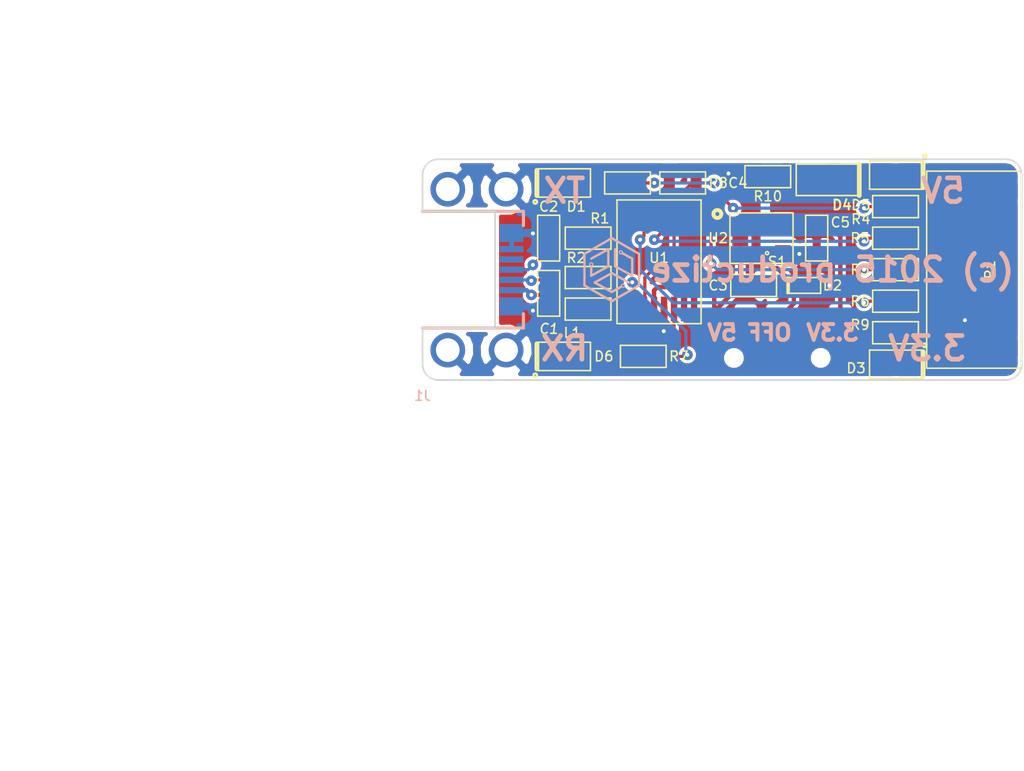
<source format=kicad_pcb>
(kicad_pcb (version 20240108) (generator "pcbnew") (generator_version "8.0")
  (layers (0 "F.Cu" signal) (31 "B.Cu" signal) (34 "B.Paste" user) (35 "F.Paste" user) (36 "B.SilkS" user "B.Silkscreen") (37 "F.SilkS" user "F.Silkscreen") (38 "B.Mask" user) (39 "F.Mask" user) (44 "Edge.Cuts" user))
  (net 0 "")
  (net 1 "GND")
  (net 2 "+5V")
  (net 3 "+3V3")
  (net 4 "VCC")
  (net 5 "+3.3VP")
  (net 6 "/D-")
  (net 7 "/D+")
  (net 8 "/~{RXLED2}")
  (net 9 "/~{RXLED}")
  (net 10 "/~{TXLED2}")
  (net 11 "/~{TXLED}")
  (net 12 "/VBUS")
  (net 13 "/~{CTS2}")
  (net 14 "/TXD2")
  (net 15 "/RXD2")
  (net 16 "/~{RTS2}")
  (net 17 "/USB+")
  (net 18 "/USB-")
  (net 19 "/TXD")
  (net 20 "/~{RTS}")
  (net 21 "/RXD")
  (net 22 "/~{CTS}")
  (net 23 "Net-(D3-Pad1)")
  (net 24 "Net-(D4-Pad1)")
  (net 25 "Net-(D4-Pad2)")
  (net 26 "Net-(J1-Pad4)")
  (net 27 "Net-(S1-Pad2)")
  (net 28 "Net-(U1-Pad15)")
  (net 29 "Net-(U1-Pad16)")
  (footprint "passive:0603_C" (layer "F.Cu") (at 191 66.5 -90)
    (property "Reference" "C1" (at 2.25 0 0) (layer "F.SilkS") (effects (font (size 0.625 0.625) (thickness 0.1) (italic yes))))
    (property "Value" "47pF" (hide yes))
    (fp_line (start -1.45 0.7) (end 1.45 0.7) (stroke (width 0.1)) (layer "F.SilkS"))
    (fp_line (start 1.45 0.7) (end 1.45 -0.7) (stroke (width 0.1)) (layer "F.SilkS"))
    (fp_line (start -1.45 -0.7) (end -1.45 0.7) (stroke (width 0.1)) (layer "F.SilkS"))
    (fp_line (start 1.45 -0.7) (end -1.45 -0.7) (stroke (width 0.1)) (layer "F.SilkS"))
    (pad "1" smd rect (at -0.85 0 270) (size 0.7 1) (layers "F.Cu" "F.Paste" "F.Mask") (net 6 "/D-"))
    (pad "2" smd rect (at 0.85 0 270) (size 0.7 1) (layers "F.Cu" "F.Paste" "F.Mask") (net 1 "GND"))
  )
  (footprint "passive:0603_C" (layer "F.Cu") (at 191 63 90)
    (property "Reference" "C2" (at 2 0 180) (layer "F.SilkS") (effects (font (size 0.625 0.625) (thickness 0.1))))
    (property "Value" "47pF" (hide yes))
    (fp_line (start 1.45 -0.7) (end -1.45 -0.7) (stroke (width 0.1)) (layer "F.SilkS"))
    (fp_line (start -1.45 -0.7) (end -1.45 0.7) (stroke (width 0.1)) (layer "F.SilkS"))
    (fp_line (start 1.45 0.7) (end 1.45 -0.7) (stroke (width 0.1)) (layer "F.SilkS"))
    (fp_line (start -1.45 0.7) (end 1.45 0.7) (stroke (width 0.1)) (layer "F.SilkS"))
    (pad "1" smd rect (at -0.85 0 90) (size 0.7 1) (layers "F.Cu" "F.Paste" "F.Mask") (net 7 "/D+"))
    (pad "2" smd rect (at 0.85 0 90) (size 0.7 1) (layers "F.Cu" "F.Paste" "F.Mask") (net 1 "GND"))
  )
  (footprint "passive:0603_C" (layer "F.Cu") (at 204 66)
    (property "Reference" "C3" (at -2.25 0 0) (layer "F.SilkS") (effects (font (size 0.625 0.625) (thickness 0.1))))
    (property "Value" "4.7uF" (hide yes))
    (fp_line (start -1.45 -0.7) (end -1.45 0.7) (stroke (width 0.1)) (layer "F.SilkS"))
    (fp_line (start -1.45 0.7) (end 1.45 0.7) (stroke (width 0.1)) (layer "F.SilkS"))
    (fp_line (start 1.45 -0.7) (end -1.45 -0.7) (stroke (width 0.1)) (layer "F.SilkS"))
    (fp_line (start 1.45 0.7) (end 1.45 -0.7) (stroke (width 0.1)) (layer "F.SilkS"))
    (pad "1" smd rect (at -0.85 0) (size 0.7 1) (layers "F.Cu" "F.Paste" "F.Mask") (net 2 "+5V"))
    (pad "2" smd rect (at 0.85 0) (size 0.7 1) (layers "F.Cu" "F.Paste" "F.Mask") (net 1 "GND"))
  )
  (footprint "passive:0603_C" (layer "F.Cu") (at 208 63 -90)
    (property "Reference" "C5" (at -1 -1.5 0) (layer "F.SilkS") (effects (font (size 0.625 0.625) (thickness 0.1))))
    (property "Value" "4.7uF" (hide yes))
    (fp_line (start -1.45 0.7) (end 1.45 0.7) (stroke (width 0.1)) (layer "F.SilkS"))
    (fp_line (start 1.45 0.7) (end 1.45 -0.7) (stroke (width 0.1)) (layer "F.SilkS"))
    (fp_line (start -1.45 -0.7) (end -1.45 0.7) (stroke (width 0.1)) (layer "F.SilkS"))
    (fp_line (start 1.45 -0.7) (end -1.45 -0.7) (stroke (width 0.1)) (layer "F.SilkS"))
    (pad "1" smd rect (at -0.85 0 270) (size 0.7 1) (layers "F.Cu" "F.Paste" "F.Mask") (net 3 "+3V3"))
    (pad "2" smd rect (at 0.85 0 270) (size 0.7 1) (layers "F.Cu" "F.Paste" "F.Mask") (net 1 "GND"))
  )
  (footprint "led:0805_LED" (layer "F.Cu") (at 192 70.5 180)
    (property "Reference" "D6" (at -2.5 0 180) (layer "F.SilkS") (effects (font (size 0.625 0.625) (thickness 0.1))))
    (property "Value" "LED" (hide yes))
    (fp_line (start 1.75 0.8) (end 1.75 -0.8) (stroke (width 0.3)) (layer "F.SilkS"))
    (fp_line (start 1.65 0.9) (end 1.65 -0.9) (stroke (width 0.1)) (layer "F.SilkS"))
    (fp_line (start 1.65 -0.9) (end -1.65 -0.9) (stroke (width 0.1)) (layer "F.SilkS"))
    (fp_line (start -1.65 0.9) (end 1.65 0.9) (stroke (width 0.1)) (layer "F.SilkS"))
    (fp_line (start -1.65 -0.9) (end -1.65 0.9) (stroke (width 0.1)) (layer "F.SilkS"))
    (fp_circle (center 1.85 -1.2) (end 1.9 -1.1) (stroke (width 0.15)) (fill none) (layer "F.SilkS"))
    (pad "1" smd rect (at -0.85 0 180) (size 1.3 1.5) (layers "F.Cu" "F.Paste" "F.Mask") (net 8 "/~{RXLED2}"))
    (pad "2" smd rect (at 0.85 0 180) (size 1.3 1.5) (layers "F.Cu" "F.Paste" "F.Mask") (net 9 "/~{RXLED}"))
  )
  (footprint "led:0805_LED" (layer "F.Cu") (at 192 59.5 180)
    (property "Reference" "D1" (at -0.75 -1.5 180) (layer "F.SilkS") (effects (font (size 0.625 0.625) (thickness 0.1))))
    (property "Value" "LED" (hide yes))
    (fp_line (start 1.75 0.8) (end 1.75 -0.8) (stroke (width 0.3)) (layer "F.SilkS"))
    (fp_line (start 1.65 0.9) (end 1.65 -0.9) (stroke (width 0.1)) (layer "F.SilkS"))
    (fp_line (start 1.65 -0.9) (end -1.65 -0.9) (stroke (width 0.1)) (layer "F.SilkS"))
    (fp_line (start -1.65 0.9) (end 1.65 0.9) (stroke (width 0.1)) (layer "F.SilkS"))
    (fp_line (start -1.65 -0.9) (end -1.65 0.9) (stroke (width 0.1)) (layer "F.SilkS"))
    (fp_circle (center 1.85 -1.2) (end 1.9 -1.1) (stroke (width 0.15)) (fill none) (layer "F.SilkS"))
    (pad "1" smd rect (at -0.85 0 180) (size 1.3 1.5) (layers "F.Cu" "F.Paste" "F.Mask") (net 10 "/~{TXLED2}"))
    (pad "2" smd rect (at 0.85 0 180) (size 1.3 1.5) (layers "F.Cu" "F.Paste" "F.Mask") (net 11 "/~{TXLED}"))
  )
  (footprint "discrete:NXP-PESD-SOD523-SC-79" (layer "F.Cu") (at 207.25 66 180)
    (property "Reference" "D2" (at -1.75 0 180) (layer "F.SilkS") (effects (font (size 0.625 0.625) (thickness 0.1))))
    (property "Value" "TVS" (hide yes))
    (fp_line (start 1.1 0.5) (end 1.1 -0.5) (stroke (width 0.15)) (layer "F.SilkS"))
    (fp_line (start 1 0.5) (end 1 -0.5) (stroke (width 0.1)) (layer "F.SilkS"))
    (fp_line (start 1 -0.5) (end -1 -0.5) (stroke (width 0.1)) (layer "F.SilkS"))
    (fp_line (start -1 0.5) (end 1 0.5) (stroke (width 0.1)) (layer "F.SilkS"))
    (fp_line (start -1 -0.5) (end -1 0.5) (stroke (width 0.1)) (layer "F.SilkS"))
    (pad "1" smd rect (at -0.7 0 180) (size 0.5 0.6) (layers "F.Cu" "F.Paste" "F.Mask") (net 1 "GND"))
    (pad "2" smd rect (at 0.7 0 180) (size 0.5 0.6) (layers "F.Cu" "F.Paste" "F.Mask") (net 4 "VCC"))
  )
  (footprint "led:0805_LED" (layer "F.Cu") (at 213 71)
    (property "Reference" "D3" (at -2.5 0.25 0) (layer "F.SilkS") (effects (font (size 0.625 0.625) (thickness 0.1))))
    (property "Value" "LED" (hide yes))
    (fp_line (start -1.65 -0.9) (end -1.65 0.9) (stroke (width 0.1)) (layer "F.SilkS"))
    (fp_line (start -1.65 0.9) (end 1.65 0.9) (stroke (width 0.1)) (layer "F.SilkS"))
    (fp_line (start 1.65 -0.9) (end -1.65 -0.9) (stroke (width 0.1)) (layer "F.SilkS"))
    (fp_line (start 1.65 0.9) (end 1.65 -0.9) (stroke (width 0.1)) (layer "F.SilkS"))
    (fp_line (start 1.75 0.8) (end 1.75 -0.8) (stroke (width 0.3)) (layer "F.SilkS"))
    (fp_circle (center 1.85 -1.2) (end 1.9 -1.1) (stroke (width 0.15)) (fill none) (layer "F.SilkS"))
    (pad "1" smd rect (at -0.85 0) (size 1.3 1.5) (layers "F.Cu" "F.Paste" "F.Mask") (net 23 "Net-(D3-Pad1)"))
    (pad "2" smd rect (at 0.85 0) (size 1.3 1.5) (layers "F.Cu" "F.Paste" "F.Mask") (net 1 "GND"))
  )
  (footprint "led:0805_LED" (layer "F.Cu") (at 213 59)
    (property "Reference" "D5" (at -2.2 1.9 180) (layer "F.SilkS") (effects (font (size 0.625 0.625) (thickness 0.1))))
    (property "Value" "LED" (hide yes))
    (fp_line (start -1.65 -0.9) (end -1.65 0.9) (stroke (width 0.1)) (layer "F.SilkS"))
    (fp_line (start -1.65 0.9) (end 1.65 0.9) (stroke (width 0.1)) (layer "F.SilkS"))
    (fp_line (start 1.65 -0.9) (end -1.65 -0.9) (stroke (width 0.1)) (layer "F.SilkS"))
    (fp_line (start 1.65 0.9) (end 1.65 -0.9) (stroke (width 0.1)) (layer "F.SilkS"))
    (fp_line (start 1.75 0.8) (end 1.75 -0.8) (stroke (width 0.3)) (layer "F.SilkS"))
    (fp_circle (center 1.85 -1.2) (end 1.9 -1.1) (stroke (width 0.15)) (fill none) (layer "F.SilkS"))
    (pad "1" smd rect (at -0.85 0) (size 1.3 1.5) (layers "F.Cu" "F.Paste" "F.Mask") (net 25 "Net-(D4-Pad2)"))
    (pad "2" smd rect (at 0.85 0) (size 1.3 1.5) (layers "F.Cu" "F.Paste" "F.Mask") (net 1 "GND"))
  )
  (footprint "passive:0603_L" (layer "F.Cu") (at 193.5 67.5)
    (property "Reference" "L1" (at -1 1.5 0) (layer "F.SilkS") (effects (font (size 0.625 0.625) (thickness 0.1))))
    (property "Value" "FB" (hide yes))
    (fp_line (start -1.45 -0.7) (end -1.45 0.7) (stroke (width 0.1)) (layer "F.SilkS"))
    (fp_line (start -1.45 0.7) (end 1.45 0.7) (stroke (width 0.1)) (layer "F.SilkS"))
    (fp_line (start 1.45 -0.7) (end -1.45 -0.7) (stroke (width 0.1)) (layer "F.SilkS"))
    (fp_line (start 1.45 0.7) (end 1.45 -0.7) (stroke (width 0.1)) (layer "F.SilkS"))
    (pad "1" smd rect (at -0.85 0) (size 0.7 1) (layers "F.Cu" "F.Paste" "F.Mask") (net 12 "/VBUS"))
    (pad "2" smd rect (at 0.85 0) (size 0.7 1) (layers "F.Cu" "F.Paste" "F.Mask") (net 2 "+5V"))
  )
  (footprint "conn:JST-eGH-1.25mm-SMD-top-6" (layer "F.Cu") (at 216 65 90)
    (property "Reference" "P1" (at 0 3 90) (layer "F.SilkS") (effects (font (size 0.625 0.625) (thickness 0.1))))
    (property "Value" "CONN_01X06" (hide yes))
    (fp_line (start 6.25 -1.025) (end -6.25 -1.025) (stroke (width 0.1)) (layer "F.SilkS"))
    (fp_line (start -6.25 -1.025) (end -6.25 4.975) (stroke (width 0.1)) (layer "F.SilkS"))
    (fp_line (start 6.25 4.975) (end 6.25 -1.025) (stroke (width 0.1)) (layer "F.SilkS"))
    (fp_line (start -6.25 4.975) (end 6.25 4.975) (stroke (width 0.1)) (layer "F.SilkS"))
    (pad "1" smd rect (at -3.125 0 90) (size 0.6 1.7) (layers "F.Cu" "F.Paste" "F.Mask") (net 1 "GND"))
    (pad "2" smd rect (at -1.875 0 90) (size 0.6 1.7) (layers "F.Cu" "F.Paste" "F.Mask") (net 13 "/~{CTS2}"))
    (pad "3" smd rect (at -0.625 0 90) (size 0.6 1.7) (layers "F.Cu" "F.Paste" "F.Mask") (net 4 "VCC"))
    (pad "4" smd rect (at 0.625 0 90) (size 0.6 1.7) (layers "F.Cu" "F.Paste" "F.Mask") (net 14 "/TXD2"))
    (pad "5" smd rect (at 1.875 0 90) (size 0.6 1.7) (layers "F.Cu" "F.Paste" "F.Mask") (net 15 "/RXD2"))
    (pad "6" smd rect (at 3.125 0 90) (size 0.6 1.7) (layers "F.Cu" "F.Paste" "F.Mask") (net 16 "/~{RTS2}"))
    (pad "7" smd rect (at -4.975 3.35 90) (size 1 2.8) (layers "F.Cu" "F.Paste" "F.Mask"))
    (pad "8" smd rect (at 4.975 3.35 90) (size 1 2.8) (layers "F.Cu" "F.Paste" "F.Mask"))
  )
  (footprint "passive:0603_R" (layer "F.Cu") (at 193.5 63)
    (property "Reference" "R1" (at 0.75 -1.25 0) (layer "F.SilkS") (effects (font (size 0.625 0.625) (thickness 0.1))))
    (property "Value" "27" (hide yes))
    (fp_line (start -1.45 -0.7) (end -1.45 0.7) (stroke (width 0.1)) (layer "F.SilkS"))
    (fp_line (start -1.45 0.7) (end 1.45 0.7) (stroke (width 0.1)) (layer "F.SilkS"))
    (fp_line (start 1.45 -0.7) (end -1.45 -0.7) (stroke (width 0.1)) (layer "F.SilkS"))
    (fp_line (start 1.45 0.7) (end 1.45 -0.7) (stroke (width 0.1)) (layer "F.SilkS"))
    (pad "1" smd rect (at -0.85 0) (size 0.7 1) (layers "F.Cu" "F.Paste" "F.Mask") (net 7 "/D+"))
    (pad "2" smd rect (at 0.85 0) (size 0.7 1) (layers "F.Cu" "F.Paste" "F.Mask") (net 17 "/USB+"))
  )
  (footprint "passive:0603_R" (layer "F.Cu") (at 193.5 65.5)
    (property "Reference" "R2" (at -0.75 -1.25 0) (layer "F.SilkS") (effects (font (size 0.625 0.625) (thickness 0.1))))
    (property "Value" "27" (hide yes))
    (fp_line (start -1.45 -0.7) (end -1.45 0.7) (stroke (width 0.1)) (layer "F.SilkS"))
    (fp_line (start -1.45 0.7) (end 1.45 0.7) (stroke (width 0.1)) (layer "F.SilkS"))
    (fp_line (start 1.45 -0.7) (end -1.45 -0.7) (stroke (width 0.1)) (layer "F.SilkS"))
    (fp_line (start 1.45 0.7) (end 1.45 -0.7) (stroke (width 0.1)) (layer "F.SilkS"))
    (pad "1" smd rect (at -0.85 0) (size 0.7 1) (layers "F.Cu" "F.Paste" "F.Mask") (net 6 "/D-"))
    (pad "2" smd rect (at 0.85 0) (size 0.7 1) (layers "F.Cu" "F.Paste" "F.Mask") (net 18 "/USB-"))
  )
  (footprint "passive:0603_R" (layer "F.Cu") (at 213 65)
    (property "Reference" "R3" (at -2.25 0 180) (layer "F.SilkS") (effects (font (size 0.625 0.625) (thickness 0.1))))
    (property "Value" "27" (hide yes))
    (fp_line (start -1.45 -0.7) (end -1.45 0.7) (stroke (width 0.1)) (layer "F.SilkS"))
    (fp_line (start -1.45 0.7) (end 1.45 0.7) (stroke (width 0.1)) (layer "F.SilkS"))
    (fp_line (start 1.45 -0.7) (end -1.45 -0.7) (stroke (width 0.1)) (layer "F.SilkS"))
    (fp_line (start 1.45 0.7) (end 1.45 -0.7) (stroke (width 0.1)) (layer "F.SilkS"))
    (pad "1" smd rect (at -0.85 0) (size 0.7 1) (layers "F.Cu" "F.Paste" "F.Mask") (net 19 "/TXD"))
    (pad "2" smd rect (at 0.85 0) (size 0.7 1) (layers "F.Cu" "F.Paste" "F.Mask") (net 14 "/TXD2"))
  )
  (footprint "passive:0603_R" (layer "F.Cu") (at 213 61)
    (property "Reference" "R4" (at -2.2 0.8 180) (layer "F.SilkS") (effects (font (size 0.625 0.625) (thickness 0.1))))
    (property "Value" "27" (hide yes))
    (fp_line (start -1.45 -0.7) (end -1.45 0.7) (stroke (width 0.1)) (layer "F.SilkS"))
    (fp_line (start -1.45 0.7) (end 1.45 0.7) (stroke (width 0.1)) (layer "F.SilkS"))
    (fp_line (start 1.45 -0.7) (end -1.45 -0.7) (stroke (width 0.1)) (layer "F.SilkS"))
    (fp_line (start 1.45 0.7) (end 1.45 -0.7) (stroke (width 0.1)) (layer "F.SilkS"))
    (pad "1" smd rect (at -0.85 0) (size 0.7 1) (layers "F.Cu" "F.Paste" "F.Mask") (net 20 "/~{RTS}"))
    (pad "2" smd rect (at 0.85 0) (size 0.7 1) (layers "F.Cu" "F.Paste" "F.Mask") (net 16 "/~{RTS2}"))
  )
  (footprint "passive:0603_R" (layer "F.Cu") (at 213 63)
    (property "Reference" "R5" (at -2.25 0 180) (layer "F.SilkS") (effects (font (size 0.625 0.625) (thickness 0.1))))
    (property "Value" "27" (hide yes))
    (fp_line (start -1.45 -0.7) (end -1.45 0.7) (stroke (width 0.1)) (layer "F.SilkS"))
    (fp_line (start -1.45 0.7) (end 1.45 0.7) (stroke (width 0.1)) (layer "F.SilkS"))
    (fp_line (start 1.45 -0.7) (end -1.45 -0.7) (stroke (width 0.1)) (layer "F.SilkS"))
    (fp_line (start 1.45 0.7) (end 1.45 -0.7) (stroke (width 0.1)) (layer "F.SilkS"))
    (pad "1" smd rect (at -0.85 0) (size 0.7 1) (layers "F.Cu" "F.Paste" "F.Mask") (net 21 "/RXD"))
    (pad "2" smd rect (at 0.85 0) (size 0.7 1) (layers "F.Cu" "F.Paste" "F.Mask") (net 15 "/RXD2"))
  )
  (footprint "passive:0603_R" (layer "F.Cu") (at 213 67)
    (property "Reference" "R6" (at -2.25 0 180) (layer "F.SilkS") (effects (font (size 0.625 0.625) (thickness 0.1))))
    (property "Value" "27" (hide yes))
    (fp_line (start -1.45 -0.7) (end -1.45 0.7) (stroke (width 0.1)) (layer "F.SilkS"))
    (fp_line (start -1.45 0.7) (end 1.45 0.7) (stroke (width 0.1)) (layer "F.SilkS"))
    (fp_line (start 1.45 -0.7) (end -1.45 -0.7) (stroke (width 0.1)) (layer "F.SilkS"))
    (fp_line (start 1.45 0.7) (end 1.45 -0.7) (stroke (width 0.1)) (layer "F.SilkS"))
    (pad "1" smd rect (at -0.85 0) (size 0.7 1) (layers "F.Cu" "F.Paste" "F.Mask") (net 22 "/~{CTS}"))
    (pad "2" smd rect (at 0.85 0) (size 0.7 1) (layers "F.Cu" "F.Paste" "F.Mask") (net 13 "/~{CTS2}"))
  )
  (footprint "passive:0603_R" (layer "F.Cu") (at 197 70.5)
    (property "Reference" "R7" (at 2.25 0 0) (layer "F.SilkS") (effects (font (size 0.625 0.625) (thickness 0.1))))
    (property "Value" "1k" (hide yes))
    (fp_line (start -1.45 -0.7) (end -1.45 0.7) (stroke (width 0.1)) (layer "F.SilkS"))
    (fp_line (start -1.45 0.7) (end 1.45 0.7) (stroke (width 0.1)) (layer "F.SilkS"))
    (fp_line (start 1.45 -0.7) (end -1.45 -0.7) (stroke (width 0.1)) (layer "F.SilkS"))
    (fp_line (start 1.45 0.7) (end 1.45 -0.7) (stroke (width 0.1)) (layer "F.SilkS"))
    (pad "1" smd rect (at -0.85 0) (size 0.7 1) (layers "F.Cu" "F.Paste" "F.Mask") (net 8 "/~{RXLED2}"))
    (pad "2" smd rect (at 0.85 0) (size 0.7 1) (layers "F.Cu" "F.Paste" "F.Mask") (net 5 "+3.3VP"))
  )
  (footprint "passive:0603_R" (layer "F.Cu") (at 196 59.5)
    (property "Reference" "R8" (at 5.75 0 0) (layer "F.SilkS") (effects (font (size 0.625 0.625) (thickness 0.1))))
    (property "Value" "1k" (hide yes))
    (fp_line (start -1.45 -0.7) (end -1.45 0.7) (stroke (width 0.1)) (layer "F.SilkS"))
    (fp_line (start -1.45 0.7) (end 1.45 0.7) (stroke (width 0.1)) (layer "F.SilkS"))
    (fp_line (start 1.45 -0.7) (end -1.45 -0.7) (stroke (width 0.1)) (layer "F.SilkS"))
    (fp_line (start 1.45 0.7) (end 1.45 -0.7) (stroke (width 0.1)) (layer "F.SilkS"))
    (pad "1" smd rect (at -0.85 0) (size 0.7 1) (layers "F.Cu" "F.Paste" "F.Mask") (net 10 "/~{TXLED2}"))
    (pad "2" smd rect (at 0.85 0) (size 0.7 1) (layers "F.Cu" "F.Paste" "F.Mask") (net 5 "+3.3VP"))
  )
  (footprint "passive:0603_R" (layer "F.Cu") (at 213 69)
    (property "Reference" "R9" (at -2.25 -0.5 0) (layer "F.SilkS") (effects (font (size 0.625 0.625) (thickness 0.1))))
    (property "Value" "1k" (hide yes))
    (fp_line (start -1.45 -0.7) (end -1.45 0.7) (stroke (width 0.1)) (layer "F.SilkS"))
    (fp_line (start -1.45 0.7) (end 1.45 0.7) (stroke (width 0.1)) (layer "F.SilkS"))
    (fp_line (start 1.45 -0.7) (end -1.45 -0.7) (stroke (width 0.1)) (layer "F.SilkS"))
    (fp_line (start 1.45 0.7) (end 1.45 -0.7) (stroke (width 0.1)) (layer "F.SilkS"))
    (pad "1" smd rect (at -0.85 0) (size 0.7 1) (layers "F.Cu" "F.Paste" "F.Mask") (net 4 "VCC"))
    (pad "2" smd rect (at 0.85 0) (size 0.7 1) (layers "F.Cu" "F.Paste" "F.Mask") (net 23 "Net-(D3-Pad1)"))
  )
  (footprint "passive:0603_R" (layer "F.Cu") (at 204.9 59.1)
    (property "Reference" "R10" (at 0 1.25 0) (layer "F.SilkS") (effects (font (size 0.625 0.625) (thickness 0.1))))
    (property "Value" "1k" (hide yes))
    (fp_line (start -1.45 -0.7) (end -1.45 0.7) (stroke (width 0.1)) (layer "F.SilkS"))
    (fp_line (start -1.45 0.7) (end 1.45 0.7) (stroke (width 0.1)) (layer "F.SilkS"))
    (fp_line (start 1.45 -0.7) (end -1.45 -0.7) (stroke (width 0.1)) (layer "F.SilkS"))
    (fp_line (start 1.45 0.7) (end 1.45 -0.7) (stroke (width 0.1)) (layer "F.SilkS"))
    (pad "1" smd rect (at -0.85 0) (size 0.7 1) (layers "F.Cu" "F.Paste" "F.Mask") (net 4 "VCC"))
    (pad "2" smd rect (at 0.85 0) (size 0.7 1) (layers "F.Cu" "F.Paste" "F.Mask") (net 24 "Net-(D4-Pad1)"))
  )
  (footprint "ic_generic:SOT-23A_larger_pads" (layer "F.Cu") (at 204.5 63 90)
    (property "Reference" "U2" (at 0 -2.75 180) (layer "F.SilkS") (effects (font (size 0.625 0.625) (thickness 0.1))))
    (property "Value" "MCP1703-alt" (hide yes))
    (fp_line (start 1.6 -2) (end -1.6 -2) (stroke (width 0.1)) (layer "F.SilkS"))
    (fp_line (start -1.6 -2) (end -1.6 2) (stroke (width 0.1)) (layer "F.SilkS"))
    (fp_line (start 1.6 2) (end 1.6 -2) (stroke (width 0.1)) (layer "F.SilkS"))
    (fp_line (start -1.6 2) (end 1.6 2) (stroke (width 0.1)) (layer "F.SilkS"))
    (fp_circle (center -0.95 0.35) (end -0.879289 0.420711) (stroke (width 0.1)) (fill none) (layer "F.SilkS"))
    (pad "1" smd rect (at -0.95 1.35 90) (size 1 1) (layers "F.Cu" "F.Paste" "F.Mask") (net 1 "GND"))
    (pad "2" smd rect (at 0.95 1.35 90) (size 1 1) (layers "F.Cu" "F.Paste" "F.Mask") (net 3 "+3V3"))
    (pad "3" smd rect (at 0 -1.35 90) (size 1 1) (layers "F.Cu" "F.Paste" "F.Mask") (net 2 "+5V") (thermal_gap 0.5))
  )
  (footprint "ic_other:FTDI-FT230X-SSOP16" (layer "F.Cu") (at 198 64.5 -90)
    (property "Reference" "U1" (at -0.25 0 0) (layer "F.SilkS") (effects (font (size 0.625 0.625) (thickness 0.1))))
    (property "Value" "FTDI-FT230X" (hide yes))
    (fp_line (start -3.9226 2.667) (end 3.9226 2.667) (stroke (width 0.1)) (layer "F.SilkS"))
    (fp_line (start 3.9226 2.667) (end 3.9226 -2.667) (stroke (width 0.1)) (layer "F.SilkS"))
    (fp_line (start -3.9226 -2.667) (end -3.9226 2.667) (stroke (width 0.1)) (layer "F.SilkS"))
    (fp_line (start 3.9226 -2.667) (end -3.9226 -2.667) (stroke (width 0.1)) (layer "F.SilkS"))
    (fp_circle (center -3.031325 -3.7) (end -2.854548 -3.523223) (stroke (width 0.25)) (fill none) (layer "F.SilkS"))
    (pad "1" smd rect (at -2.996325 -2.2225 90) (size 1.5621 0.4048) (layers "F.Cu" "F.Paste" "F.Mask") (net 19 "/TXD"))
    (pad "2" smd rect (at -2.996325 -1.5875 90) (size 1.5621 0.4048) (layers "F.Cu" "F.Paste" "F.Mask") (net 20 "/~{RTS}"))
    (pad "3" smd rect (at -2.996325 -0.9525 90) (size 1.5621 0.4048) (layers "F.Cu" "F.Paste" "F.Mask") (net 5 "+3.3VP"))
    (pad "4" smd rect (at -2.996325 -0.3175 90) (size 1.5621 0.4048) (layers "F.Cu" "F.Paste" "F.Mask") (net 21 "/RXD"))
    (pad "5" smd rect (at -2.996325 0.3175 90) (size 1.5621 0.4048) (layers "F.Cu" "F.Paste" "F.Mask") (net 1 "GND"))
    (pad "6" smd rect (at -2.996325 0.9525 90) (size 1.5621 0.4048) (layers "F.Cu" "F.Paste" "F.Mask") (net 22 "/~{CTS}"))
    (pad "7" smd rect (at -2.996325 1.5875 90) (size 1.5621 0.4048) (layers "F.Cu" "F.Paste" "F.Mask") (net 11 "/~{TXLED}"))
    (pad "8" smd rect (at -2.996325 2.2225 90) (size 1.5621 0.4048) (layers "F.Cu" "F.Paste" "F.Mask") (net 17 "/USB+"))
    (pad "9" smd rect (at 2.996325 2.2225 270) (size 1.5621 0.4048) (layers "F.Cu" "F.Paste" "F.Mask") (net 18 "/USB-"))
    (pad "10" smd rect (at 2.996325 1.5875 270) (size 1.5621 0.4048) (layers "F.Cu" "F.Paste" "F.Mask") (net 5 "+3.3VP"))
    (pad "11" smd rect (at 2.996325 0.9525 270) (size 1.5621 0.4048) (layers "F.Cu" "F.Paste" "F.Mask") (net 5 "+3.3VP"))
    (pad "12" smd rect (at 2.996325 0.3175 270) (size 1.5621 0.4048) (layers "F.Cu" "F.Paste" "F.Mask") (net 2 "+5V"))
    (pad "13" smd rect (at 2.996325 -0.3175 270) (size 1.5621 0.4048) (layers "F.Cu" "F.Paste" "F.Mask") (net 1 "GND"))
    (pad "14" smd rect (at 2.996325 -0.9525 270) (size 1.5621 0.4048) (layers "F.Cu" "F.Paste" "F.Mask") (net 9 "/~{RXLED}"))
    (pad "15" smd rect (at 2.996325 -1.5875 270) (size 1.5621 0.4048) (layers "F.Cu" "F.Paste" "F.Mask") (net 28 "Net-(U1-Pad15)"))
    (pad "16" smd rect (at 2.996325 -2.2225 270) (size 1.5621 0.4048) (layers "F.Cu" "F.Paste" "F.Mask") (net 29 "Net-(U1-Pad16)"))
  )
  (footprint "passive:0603_C" (layer "F.Cu") (at 199.5 59.5 180)
    (property "Reference" "C4" (at -3.5 0 180) (layer "F.SilkS") (effects (font (size 0.625 0.625) (thickness 0.1))))
    (property "Value" "100nF" (hide yes))
    (fp_line (start 1.45 0.7) (end 1.45 -0.7) (stroke (width 0.1)) (layer "F.SilkS"))
    (fp_line (start 1.45 -0.7) (end -1.45 -0.7) (stroke (width 0.1)) (layer "F.SilkS"))
    (fp_line (start -1.45 0.7) (end 1.45 0.7) (stroke (width 0.1)) (layer "F.SilkS"))
    (fp_line (start -1.45 -0.7) (end -1.45 0.7) (stroke (width 0.1)) (layer "F.SilkS"))
    (pad "1" smd rect (at -0.85 0 180) (size 0.7 1) (layers "F.Cu" "F.Paste" "F.Mask") (net 5 "+3.3VP"))
    (pad "2" smd rect (at 0.85 0 180) (size 0.7 1) (layers "F.Cu" "F.Paste" "F.Mask") (net 1 "GND"))
  )
  (footprint "button:C_K_AYZ0103AGRLC-ST3P-Switch" (layer "F.Cu") (at 205.5 68)
    (property "Reference" "S1" (at 0 -3.5 0) (layer "F.SilkS") (effects (font (size 0.625 0.625) (thickness 0.1))))
    (property "Value" "C_K_AYZ0103AGRLC_SP3T_Switch" (hide yes))
    (pad "" np_thru_hole circle (at -2.75 2.6) (size 0.85 0.85) (drill 0.85) (layers "*.Cu" "*.Mask" "F.SilkS"))
    (pad "" np_thru_hole circle (at 2.75 2.6) (size 0.85 0.85) (drill 0.85) (layers "*.Cu" "*.Mask" "F.SilkS"))
    (pad "1" smd rect (at -4 0) (size 1 1.2) (layers "F.Cu" "F.Paste" "F.Mask") (net 2 "+5V"))
    (pad "2" smd rect (at -2 0) (size 1 1.2) (layers "F.Cu" "F.Paste" "F.Mask") (net 27 "Net-(S1-Pad2)"))
    (pad "3" smd rect (at 0 0) (size 1 1.2) (layers "F.Cu" "F.Paste" "F.Mask") (net 4 "VCC"))
    (pad "4" smd rect (at 4 0) (size 1 1.2) (layers "F.Cu" "F.Paste" "F.Mask") (net 3 "+3V3"))
  )
  (footprint "discrete:NXP-SOD323-larger" (layer "F.Cu") (at 208.7 59.3)
    (property "Reference" "D4" (at 0.9 1.6 0) (layer "F.SilkS") (effects (font (size 0.625 0.625) (thickness 0.125))))
    (property "Value" "3V drop" (hide yes))
    (fp_line (start -2 -1) (end -2 1) (stroke (width 0.1)) (layer "F.SilkS"))
    (fp_line (start -2 1) (end 2 1) (stroke (width 0.1)) (layer "F.SilkS"))
    (fp_line (start 2 -1) (end -2 -1) (stroke (width 0.1)) (layer "F.SilkS"))
    (fp_line (start 2 1) (end 2 -1) (stroke (width 0.1)) (layer "F.SilkS"))
    (fp_line (start 2 1) (end 2 -1) (stroke (width 0.3)) (layer "F.SilkS"))
    (pad "1" smd rect (at -1.25 0) (size 0.9 0.9) (layers "F.Cu" "F.Paste" "F.Mask") (net 24 "Net-(D4-Pad1)"))
    (pad "2" smd rect (at 1.25 0) (size 0.9 0.9) (layers "F.Cu" "F.Paste" "F.Mask") (net 25 "Net-(D4-Pad2)"))
  )
  (footprint "conn:USB-MICRO-B-FCI-10103593-0001LF" (layer "B.Cu") (at 183 65)
    (property "Reference" "J1" (at 0 8 0) (layer "B.SilkS") (effects (font (size 0.625 0.625) (thickness 0.1)) (justify mirror)))
    (property "Value" "MICRO-USB-B-alt" (hide yes))
    (fp_line (start 0 -3.7) (end 6.4 -3.7) (stroke (width 0.2)) (layer "B.SilkS"))
    (fp_line (start 0 3.7) (end 6.4 3.7) (stroke (width 0.2)) (layer "B.SilkS"))
    (fp_line (start 6.4 -3.7) (end 6.4 -2.8) (stroke (width 0.2)) (layer "B.SilkS"))
    (fp_line (start 6.4 3.7) (end 6.4 2.8) (stroke (width 0.2)) (layer "B.SilkS"))
    (pad "1" smd rect (at 5.65 1.3) (size 1.5 0.4) (layers "B.Cu" "B.Paste" "B.Mask") (net 12 "/VBUS"))
    (pad "2" smd rect (at 5.65 0.65) (size 1.5 0.4) (layers "B.Cu" "B.Paste" "B.Mask") (net 6 "/D-"))
    (pad "3" smd rect (at 5.65 0) (size 1.5 0.4) (layers "B.Cu" "B.Paste" "B.Mask") (net 7 "/D+"))
    (pad "4" smd rect (at 5.65 -0.65) (size 1.5 0.4) (layers "B.Cu" "B.Paste" "B.Mask") (net 26 "Net-(J1-Pad4)"))
    (pad "5" smd rect (at 5.65 -1.3) (size 1.5 0.4) (layers "B.Cu" "B.Paste" "B.Mask") (net 1 "GND"))
    (pad "6" smd rect (at 5.65 -2.325) (size 1.5 1.15) (layers "B.Cu" "B.Paste" "B.Mask") (net 1 "GND"))
    (pad "7" smd rect (at 5.65 2.325) (size 1.5 1.15) (layers "B.Cu" "B.Paste" "B.Mask") (net 1 "GND"))
    (pad "8" thru_hole circle (at 1.6 -5.1) (size 2.2 2.2) (drill 1.5) (layers "*.Cu" "*.Mask") (net 1 "GND"))
    (pad "9" thru_hole circle (at 1.6 5.1 180) (size 2.2 2.2) (drill 1.5) (layers "*.Cu" "*.Mask") (net 1 "GND"))
    (pad "10" thru_hole circle (at 5.3 -5.1) (size 2.2 2.2) (drill 1.5) (layers "*.Cu" "*.Mask") (net 1 "GND"))
    (pad "11" thru_hole circle (at 5.3 5.1 180) (size 2.2 2.2) (drill 1.5) (layers "*.Cu" "*.Mask") (net 1 "GND"))
  )
  (footprint "logo:productize-logo_2" (layer "B.Cu") (at 195 65)
    (property "Reference" "" (at 0 0 0) (layer "B.SilkS") (effects (font (size 1.524 1.524)) (justify mirror)))
    (property "Value" "" (at 0 0 0) (layer "B.SilkS") (effects (font (size 1.524 1.524)) (justify mirror)))
    (fp_line (start -1.732051 -1) (end -1.732051 1) (stroke (width 0.15)) (layer "B.SilkS"))
    (fp_line (start -1.299038 -0.699799) (end -0.216506 -1.299038) (stroke (width 0.15)) (layer "B.SilkS"))
    (fp_line (start -1.299038 0.382733) (end -1.299038 -0.203639) (stroke (width 0.15)) (layer "B.SilkS"))
    (fp_line (start -0.216506 -0.216506) (end -1.299038 0.382733) (stroke (width 0.15)) (layer "B.SilkS"))
    (fp_line (start -0.216506 -0.216506) (end -0.216506 -1.299038) (stroke (width 0.15)) (layer "B.SilkS"))
    (fp_line (start 0 -2) (end -1.732051 -1) (stroke (width 0.15)) (layer "B.SilkS"))
    (fp_line (start 0 -2) (end 1.732051 -1) (stroke (width 0.15)) (layer "B.SilkS"))
    (fp_line (start 0 0.216506) (end -1.082532 0.815745) (stroke (width 0.15)) (layer "B.SilkS"))
    (fp_line (start 0 0.216506) (end 1.082532 0.815745) (stroke (width 0.15)) (layer "B.SilkS"))
    (fp_line (start 0 1.414985) (end -1.082532 0.815745) (stroke (width 0.15)) (layer "B.SilkS"))
    (fp_line (start 0 1.414985) (end 0.586371 1.090397) (stroke (width 0.15)) (layer "B.SilkS"))
    (fp_line (start 0 2) (end -1.732051 1) (stroke (width 0.15)) (layer "B.SilkS"))
    (fp_line (start 0 2) (end 1.732051 1) (stroke (width 0.15)) (layer "B.SilkS"))
    (fp_line (start 0.216506 -0.216506) (end 0.216506 -1.299038) (stroke (width 0.15)) (layer "B.SilkS"))
    (fp_line (start 0.216506 -0.216506) (end 1.299038 0.382733) (stroke (width 0.15)) (layer "B.SilkS"))
    (fp_line (start 1.299038 -0.699799) (end 0.712667 -1.024387) (stroke (width 0.15)) (layer "B.SilkS"))
    (fp_line (start 1.299038 0.382733) (end 1.299038 -0.699799) (stroke (width 0.15)) (layer "B.SilkS"))
    (fp_line (start 1.732051 -1) (end 1.732051 1) (stroke (width 0.15)) (layer "B.SilkS"))
    (fp_circle (center -1.299038 -0.338955) (end -1.228327 -0.409666) (stroke (width 0.075)) (fill none) (layer "B.SilkS"))
    (fp_circle (center 0.57735 -1.099292) (end 0.648061 -1.170002) (stroke (width 0.075)) (fill none) (layer "B.SilkS"))
    (fp_circle (center 0.721688 1.015492) (end 0.792399 0.944781) (stroke (width 0.075)) (fill none) (layer "B.SilkS"))
  )
  (gr_line (start 187.6 61.3) (end 187.6 68.7) (stroke (width 0.1)) (layer "Edge.Cuts"))
  (gr_arc (start 183 59) (mid 183.292893 58.292893) (end 184 58) (stroke (width 0.1)) (layer "Edge.Cuts"))
  (gr_line (start 187.6 68.7) (end 183 68.7) (stroke (width 0.1)) (layer "Edge.Cuts"))
  (gr_line (start 183 71) (end 183 68.7) (stroke (width 0.1)) (layer "Edge.Cuts"))
  (gr_line (start 220 72) (end 184 72) (stroke (width 0.1)) (layer "Edge.Cuts"))
  (gr_arc (start 184 72) (mid 183.292893 71.707107) (end 183 71) (stroke (width 0.1)) (layer "Edge.Cuts"))
  (gr_arc (start 220 58) (mid 220.707107 58.292893) (end 221 59) (stroke (width 0.1)) (layer "Edge.Cuts"))
  (gr_line (start 183 59) (end 183 61.3) (stroke (width 0.1)) (layer "Edge.Cuts"))
  (gr_line (start 187.6 61.3) (end 183 61.3) (stroke (width 0.1)) (layer "Edge.Cuts"))
  (gr_line (start 220 58) (end 184 58) (stroke (width 0.1)) (layer "Edge.Cuts"))
  (gr_line (start 221 59) (end 221 71) (stroke (width 0.1)) (layer "Edge.Cuts"))
  (gr_arc (start 221 71) (mid 220.707107 71.707107) (end 220 72) (stroke (width 0.1)) (layer "Edge.Cuts"))
  (gr_text "3.3V" (at 209 69 0) (layer "B.SilkS") (effects (font (size 1 1) (thickness 0.25)) (justify mirror)))
  (gr_text "TX" (at 192 60 0) (layer "B.SilkS") (effects (font (size 1.5 1.5) (thickness 0.3)) (justify mirror)))
  (gr_text "5V" (at 216 60 0) (layer "B.SilkS") (effects (font (size 1.5 1.5) (thickness 0.3)) (justify mirror)))
  (gr_text "OFF" (at 205 69 0) (layer "B.SilkS") (effects (font (size 1 1) (thickness 0.25)) (justify mirror)))
  (gr_text "(c) 2015 productize" (at 209 65 0) (layer "B.SilkS") (effects (font (size 1.5 1.5) (thickness 0.3)) (justify mirror)))
  (gr_text "5V" (at 202 69 0) (layer "B.SilkS") (effects (font (size 1 1) (thickness 0.25)) (justify mirror)))
  (gr_text "RX" (at 192 70 0) (layer "B.SilkS") (effects (font (size 1.5 1.5) (thickness 0.3)) (justify mirror)))
  (gr_text "3.3V" (at 215 70 0) (layer "B.SilkS") (effects (font (size 1.5 1.5) (thickness 0.3)) (justify mirror)))
  (segment (start 190 67.6) (end 190.25 67.35) (width 0.2794) (layer "F.Cu") (net 1))
  (segment (start 190.25 67.35) (end 191 67.35) (width 0.2794) (layer "F.Cu") (net 1))
  (segment (start 190.55 62.15) (end 190 62.7) (width 0.2794) (layer "F.Cu") (net 1))
  (segment (start 197.6825 60.5175) (end 198.65 59.55) (width 0.2794) (layer "F.Cu") (net 1))
  (segment (start 198.65 59.55) (end 198.65 59.5) (width 0.2794) (layer "F.Cu") (net 1))
  (segment (start 205.95 63.85) (end 205.85 63.95) (width 0.2794) (layer "F.Cu") (net 1))
  (segment (start 198.65 59.25) (end 199.3 58.6) (width 0.2794) (layer "F.Cu") (net 1))
  (segment (start 199.3 58.6) (end 202.1 58.6) (width 0.2794) (layer "F.Cu") (net 1))
  (segment (start 202.1 58.6) (end 202.4 58.9) (width 0.2794) (layer "F.Cu") (net 1))
  (segment (start 198.3175 68.8825) (end 198.3 68.9) (width 0.2794) (layer "F.Cu") (net 1))
  (segment (start 217.325 68.125) (end 217.4 68.2) (width 0.2794) (layer "F.Cu") (net 1))
  (segment (start 206.85 63.95) (end 206.9 64) (width 0.2794) (layer "F.Cu") (net 1))
  (segment (start 216 68.125) (end 217.325 68.125) (width 0.2794) (layer "F.Cu") (net 1))
  (segment (start 205.85 63.95) (end 206.85 63.95) (width 0.2794) (layer "F.Cu") (net 1))
  (segment (start 198.65 59.5) (end 198.65 59.25) (width 0.2794) (layer "F.Cu") (net 1))
  (segment (start 208 63.85) (end 205.95 63.85) (width 0.2794) (layer "F.Cu") (net 1))
  (segment (start 207.95 66) (end 208.8 66) (width 0.2794) (layer "F.Cu") (net 1))
  (segment (start 198.3175 67.496325) (end 198.3175 68.8825) (width 0.2794) (layer "F.Cu") (net 1))
  (segment (start 197.6825 61.503675) (end 197.6825 60.5175) (width 0.2794) (layer "F.Cu") (net 1))
  (segment (start 191 62.15) (end 190.55 62.15) (width 0.2794) (layer "F.Cu") (net 1))
  (via (at 190 62.7) (size 0.675) (drill 0.25) (layers "F.Cu" "B.Cu") (net 1))
  (via (at 206.9 64) (size 0.675) (drill 0.25) (layers "F.Cu" "B.Cu") (net 1))
  (via (at 190 67.6) (size 0.675) (drill 0.25) (layers "F.Cu" "B.Cu") (net 1))
  (via (at 208.8 66) (size 0.675) (drill 0.25) (layers "F.Cu" "B.Cu") (net 1))
  (via (at 217.4 68.2) (size 0.675) (drill 0.25) (layers "F.Cu" "B.Cu") (net 1))
  (via (at 198.3 68.9) (size 0.675) (drill 0.25) (layers "F.Cu" "B.Cu") (net 1))
  (via (at 202.4 58.9) (size 0.675) (drill 0.25) (layers "F.Cu" "B.Cu") (net 1))
  (segment (start 189.725 67.325) (end 190 67.6) (width 0.2794) (layer "B.Cu") (net 1))
  (segment (start 188.65 62.675) (end 188.3 62.325) (width 0.2794) (layer "B.Cu") (net 1))
  (segment (start 188.3 62.325) (end 188.65 62.675) (width 0.2794) (layer "B.Cu") (net 1))
  (segment (start 190 62.7) (end 189.975 62.675) (width 0.2794) (layer "B.Cu") (net 1))
  (segment (start 189.975 62.675) (end 188.65 62.675) (width 0.2794) (layer "B.Cu") (net 1))
  (segment (start 188.65 63.7) (end 188.65 62.675) (width 0.2794) (layer "B.Cu") (net 1))
  (segment (start 188.65 67.325) (end 189.725 67.325) (width 0.2794) (layer "B.Cu") (net 1))
  (segment (start 197.6825 68.6175) (end 197.4 68.9) (width 0.2794) (layer "F.Cu") (net 2))
  (segment (start 197.4 68.9) (end 194.9 68.9) (width 0.2794) (layer "F.Cu") (net 2))
  (segment (start 194.9 68.9) (end 194.35 68.35) (width 0.2794) (layer "F.Cu") (net 2))
  (segment (start 194.35 68.35) (end 194.35 67.5) (width 0.2794) (layer "F.Cu") (net 2))
  (segment (start 201.5 66.7) (end 200.9 66.1) (width 0.2794) (layer "F.Cu") (net 2))
  (segment (start 200.9 66.1) (end 197.9 66.1) (width 0.2794) (layer "F.Cu") (net 2))
  (segment (start 197.9 66.1) (end 197.6825 66.3175) (width 0.2794) (layer "F.Cu") (net 2))
  (segment (start 197.6825 66.3175) (end 197.6825 67.496325) (width 0.2794) (layer "F.Cu") (net 2))
  (segment (start 201.5 67.65) (end 203.15 66) (width 0.2794) (layer "F.Cu") (net 2))
  (segment (start 197.6825 67.496325) (end 197.6825 68.6175) (width 0.2794) (layer "F.Cu") (net 2))
  (segment (start 203.15 66) (end 203.15 63) (width 0.2794) (layer "F.Cu") (net 2))
  (segment (start 201.5 68) (end 201.5 67.65) (width 0.2794) (layer "F.Cu") (net 2))
  (segment (start 201.5 68) (end 201.5 66.7) (width 0.2794) (layer "F.Cu") (net 2))
  (segment (start 205.95 62.15) (end 205.85 62.05) (width 0.2794) (layer "F.Cu") (net 3))
  (segment (start 209.5 62.9) (end 208.75 62.15) (width 0.2794) (layer "F.Cu") (net 3))
  (segment (start 208.75 62.15) (end 208 62.15) (width 0.2794) (layer "F.Cu") (net 3))
  (segment (start 208 62.15) (end 205.95 62.15) (width 0.2794) (layer "F.Cu") (net 3))
  (segment (start 209.5 68) (end 209.5 62.9) (width 0.2794) (layer "F.Cu") (net 3))
  (segment (start 211.6 69) (end 210.9 69.7) (width 0.2794) (layer "F.Cu") (net 4))
  (segment (start 210.9 69.7) (end 206 69.7) (width 0.2794) (layer "F.Cu") (net 4))
  (segment (start 206 69.7) (end 205.5 69.2) (width 0.2794) (layer "F.Cu") (net 4))
  (segment (start 205.5 69.2) (end 205.5 68) (width 0.2794) (layer "F.Cu") (net 4))
  (segment (start 205.7 68) (end 206.55 67.15) (width 0.2794) (layer "F.Cu") (net 4))
  (segment (start 206.55 67.15) (end 206.55 66) (width 0.2794) (layer "F.Cu") (net 4))
  (segment (start 212.15 68.65) (end 212.8 68) (width 0.2794) (layer "F.Cu") (net 4))
  (segment (start 212.8 68) (end 214.5 68) (width 0.2794) (layer "F.Cu") (net 4))
  (segment (start 214.5 68) (end 215 67.5) (width 0.2794) (layer "F.Cu") (net 4))
  (segment (start 215 67.5) (end 217.2 67.5) (width 0.2794) (layer "F.Cu") (net 4))
  (segment (start 217.2 67.5) (end 217.4 67.3) (width 0.2794) (layer "F.Cu") (net 4))
  (segment (start 217.4 67.3) (end 217.4 66.1) (width 0.2794) (layer "F.Cu") (net 4))
  (segment (start 217.4 66.1) (end 216.925 65.625) (width 0.2794) (layer "F.Cu") (net 4))
  (segment (start 216.925 65.625) (end 216 65.625) (width 0.2794) (layer "F.Cu") (net 4))
  (segment (start 206.55 65.95) (end 205.5 64.9) (width 0.2794) (layer "F.Cu") (net 4))
  (segment (start 205.5 64.9) (end 205.2 64.9) (width 0.2794) (layer "F.Cu") (net 4))
  (segment (start 205.2 64.9) (end 204.7 64.4) (width 0.2794) (layer "F.Cu") (net 4))
  (segment (start 204.3 64) (end 204.3 59.35) (width 0.2794) (layer "F.Cu") (net 4))
  (segment (start 204.3 59.35) (end 204.05 59.1) (width 0.2794) (layer "F.Cu") (net 4))
  (segment (start 205.5 68) (end 205.7 68) (width 0.2794) (layer "F.Cu") (net 4))
  (segment (start 206.55 66) (end 206.55 65.95) (width 0.2794) (layer "F.Cu") (net 4))
  (segment (start 212.15 69) (end 211.6 69) (width 0.2794) (layer "F.Cu") (net 4))
  (segment (start 212.15 69) (end 212.15 68.65) (width 0.2794) (layer "F.Cu") (net 4))
  (segment (start 204.7 64.4) (end 204.3 64) (width 0.2794) (layer "F.Cu") (net 4))
  (segment (start 198.9525 60.6475) (end 200.1 59.5) (width 0.2032) (layer "F.Cu") (net 5))
  (segment (start 200.1 59.5) (end 200.35 59.5) (width 0.2032) (layer "F.Cu") (net 5))
  (segment (start 196.85 59.15) (end 196.85 59.5) (width 0.2032) (layer "F.Cu") (net 5))
  (segment (start 198.9525 63.6475) (end 197.1 65.5) (width 0.2032) (layer "F.Cu") (net 5))
  (segment (start 197.1 65.5) (end 197.1 67.443825) (width 0.2032) (layer "F.Cu") (net 5))
  (segment (start 197.1 67.443825) (end 197.0475 67.496325) (width 0.2032) (layer "F.Cu") (net 5))
  (segment (start 196.3 65.8) (end 196.4125 65.9125) (width 0.2032) (layer "F.Cu") (net 5))
  (segment (start 196.4125 65.9125) (end 196.4125 67.496325) (width 0.2032) (layer "F.Cu") (net 5))
  (segment (start 197.7 59.5) (end 196.85 59.5) (width 0.2032) (layer "F.Cu") (net 5))
  (segment (start 199.7 70.5) (end 199.8 70.4) (width 0.2032) (layer "F.Cu") (net 5))
  (segment (start 200.35 59.5) (end 201.5 59.5) (width 0.2032) (layer "F.Cu") (net 5))
  (segment (start 197.85 70.5) (end 199.7 70.5) (width 0.2032) (layer "F.Cu") (net 5))
  (segment (start 198.9525 61.503675) (end 198.9525 60.6475) (width 0.2032) (layer "F.Cu") (net 5))
  (segment (start 198.9525 61.503675) (end 198.9525 63.6475) (width 0.2032) (layer "F.Cu") (net 5))
  (segment (start 196.4125 67.496325) (end 197.0475 67.496325) (width 0.2032) (layer "F.Cu") (net 5))
  (segment (start 197.85 70.5) (end 198.1 70.5) (width 0.2032) (layer "F.Cu") (net 5))
  (via (at 199.8 70.4) (size 0.675) (drill 0.25) (layers "F.Cu" "B.Cu") (net 5))
  (via (at 201.5 59.5) (size 0.675) (drill 0.25) (layers "F.Cu" "B.Cu") (net 5))
  (via (at 196.3 65.8) (size 0.675) (drill 0.25) (layers "F.Cu" "B.Cu") (net 5))
  (via (at 197.7 59.5) (size 0.675) (drill 0.25) (layers "F.Cu" "B.Cu") (net 5))
  (segment (start 199.2 68.4) (end 196.6 65.8) (width 0.2032) (layer "B.Cu") (net 5))
  (segment (start 196.6 65.8) (end 196.3 65.8) (width 0.2032) (layer "B.Cu") (net 5))
  (segment (start 201.5 59.5) (end 197.7 59.5) (width 0.2032) (layer "B.Cu") (net 5))
  (segment (start 199.8 70.4) (end 199.7 70.3) (width 0.2032) (layer "B.Cu") (net 5))
  (segment (start 199.7 70.3) (end 199.7 68.9) (width 0.2032) (layer "B.Cu") (net 5))
  (segment (start 199.7 68.9) (end 199.2 68.4) (width 0.2032) (layer "B.Cu") (net 5))
  (segment (start 191.15 65.5) (end 191 65.65) (width 0.2032) (layer "F.Cu") (net 6))
  (segment (start 189.95 65.65) (end 189.9 65.7) (width 0.2032) (layer "F.Cu") (net 6))
  (segment (start 192.65 65.5) (end 191.15 65.5) (width 0.2032) (layer "F.Cu") (net 6))
  (segment (start 191 65.65) (end 189.95 65.65) (width 0.2032) (layer "F.Cu") (net 6))
  (via (at 189.9 65.7) (size 0.675) (drill 0.25) (layers "F.Cu" "B.Cu") (net 6))
  (segment (start 189.9 65.7) (end 189.85 65.65) (width 0.2032) (layer "B.Cu") (net 6))
  (segment (start 189.85 65.65) (end 188.65 65.65) (width 0.2032) (layer "B.Cu") (net 6))
  (segment (start 190 64.7) (end 190.85 63.85) (width 0.2032) (layer "F.Cu") (net 7))
  (segment (start 190.85 63.85) (end 191 63.85) (width 0.2032) (layer "F.Cu") (net 7))
  (segment (start 191.8 63.85) (end 192.65 63) (width 0.2032) (layer "F.Cu") (net 7))
  (segment (start 191 63.85) (end 191.8 63.85) (width 0.2032) (layer "F.Cu") (net 7))
  (via (at 190 64.7) (size 0.675) (drill 0.25) (layers "F.Cu" "B.Cu") (net 7))
  (segment (start 189.7 65) (end 190 64.7) (width 0.2032) (layer "B.Cu") (net 7))
  (segment (start 188.65 65) (end 189.7 65) (width 0.2032) (layer "B.Cu") (net 7))
  (segment (start 196.15 70.5) (end 192.85 70.5) (width 0.2032) (layer "F.Cu") (net 8))
  (segment (start 191.15 70.05) (end 191.8 69.4) (width 0.2032) (layer "F.Cu") (net 9))
  (segment (start 191.8 69.4) (end 194.1 69.4) (width 0.2032) (layer "F.Cu") (net 9))
  (segment (start 198.9525 69.3475) (end 198.7 69.6) (width 0.2032) (layer "F.Cu") (net 9))
  (segment (start 198.7 69.6) (end 194.3 69.6) (width 0.2032) (layer "F.Cu") (net 9))
  (segment (start 194.3 69.6) (end 194.1 69.4) (width 0.2032) (layer "F.Cu") (net 9))
  (segment (start 198.9525 67.496325) (end 198.9525 69.3475) (width 0.2032) (layer "F.Cu") (net 9))
  (segment (start 191.15 70.5) (end 191.15 70.05) (width 0.2032) (layer "F.Cu") (net 9))
  (segment (start 192.85 59.5) (end 195.15 59.5) (width 0.2032) (layer "F.Cu") (net 10))
  (segment (start 196.4125 60.6125) (end 196.2 60.4) (width 0.2032) (layer "F.Cu") (net 11))
  (segment (start 196.2 60.4) (end 194.5 60.4) (width 0.2032) (layer "F.Cu") (net 11))
  (segment (start 194.5 60.4) (end 194 60.9) (width 0.2032) (layer "F.Cu") (net 11))
  (segment (start 194 60.9) (end 191.5 60.9) (width 0.2032) (layer "F.Cu") (net 11))
  (segment (start 191.5 60.9) (end 191.15 60.55) (width 0.2032) (layer "F.Cu") (net 11))
  (segment (start 191.15 60.55) (end 191.15 59.5) (width 0.2032) (layer "F.Cu") (net 11))
  (segment (start 196.4125 61.503675) (end 196.4125 60.6125) (width 0.2032) (layer "F.Cu") (net 11))
  (segment (start 189.9 66.6) (end 191.8 66.6) (width 0.2794) (layer "F.Cu") (net 12))
  (segment (start 191.8 66.6) (end 192.65 67.45) (width 0.2794) (layer "F.Cu") (net 12))
  (segment (start 192.65 67.45) (end 192.65 67.5) (width 0.2794) (layer "F.Cu") (net 12))
  (via (at 189.9 66.6) (size 0.675) (drill 0.25) (layers "F.Cu" "B.Cu") (net 12))
  (segment (start 189.6 66.3) (end 189.9 66.6) (width 0.2794) (layer "B.Cu") (net 12))
  (segment (start 188.65 66.3) (end 189.6 66.3) (width 0.2794) (layer "B.Cu") (net 12))
  (segment (start 215.875 67) (end 216 66.875) (width 0.2032) (layer "F.Cu") (net 13))
  (segment (start 213.85 67) (end 215.875 67) (width 0.2032) (layer "F.Cu") (net 13))
  (segment (start 214.3 65) (end 214.925 64.375) (width 0.2032) (layer "F.Cu") (net 14))
  (segment (start 214.925 64.375) (end 216 64.375) (width 0.2032) (layer "F.Cu") (net 14))
  (segment (start 213.85 65) (end 214.3 65) (width 0.2032) (layer "F.Cu") (net 14))
  (segment (start 213.975 63.125) (end 213.85 63) (width 0.2032) (layer "F.Cu") (net 15))
  (segment (start 216 63.125) (end 213.975 63.125) (width 0.2032) (layer "F.Cu") (net 15))
  (segment (start 214.725 61.875) (end 213.85 61) (width 0.2032) (layer "F.Cu") (net 16))
  (segment (start 216 61.875) (end 214.725 61.875) (width 0.2032) (layer "F.Cu") (net 16))
  (segment (start 194.35 62.931175) (end 195.7775 61.503675) (width 0.2032) (layer "F.Cu") (net 17))
  (segment (start 194.35 63) (end 194.35 62.931175) (width 0.2032) (layer "F.Cu") (net 17))
  (segment (start 195.7775 66.5775) (end 194.7 65.5) (width 0.2032) (layer "F.Cu") (net 18))
  (segment (start 194.7 65.5) (end 194.35 65.5) (width 0.2032) (layer "F.Cu") (net 18))
  (segment (start 195.7775 67.496325) (end 195.7775 66.5775) (width 0.2032) (layer "F.Cu") (net 18))
  (segment (start 201.003675 61.503675) (end 201.3 61.8) (width 0.2032) (layer "F.Cu") (net 19))
  (segment (start 201.3 61.8) (end 201.3 64.6) (width 0.2032) (layer "F.Cu") (net 19))
  (segment (start 211 65) (end 212.15 65) (width 0.2032) (layer "F.Cu") (net 19))
  (segment (start 200.2225 61.503675) (end 201.003675 61.503675) (width 0.2032) (layer "F.Cu") (net 19))
  (via (at 211 65) (size 0.675) (drill 0.25) (layers "F.Cu" "B.Cu") (net 19))
  (via (at 201.3 64.6) (size 0.675) (drill 0.25) (layers "F.Cu" "B.Cu") (net 19))
  (segment (start 201.3 64.6) (end 201.7 65) (width 0.2032) (layer "B.Cu") (net 19))
  (segment (start 201.7 65) (end 211 65) (width 0.2032) (layer "B.Cu") (net 19))
  (segment (start 199.5875 60.7125) (end 200 60.3) (width 0.2032) (layer "F.Cu") (net 20))
  (segment (start 200 60.3) (end 201.9 60.3) (width 0.2032) (layer "F.Cu") (net 20))
  (segment (start 201.9 60.3) (end 202.7 61.1) (width 0.2032) (layer "F.Cu") (net 20))
  (segment (start 211 61.1) (end 211.1 61) (width 0.2032) (layer "F.Cu") (net 20))
  (segment (start 211.1 61) (end 212.15 61) (width 0.2032) (layer "F.Cu") (net 20))
  (segment (start 199.5875 61.503675) (end 199.5875 60.7125) (width 0.2032) (layer "F.Cu") (net 20))
  (via (at 202.7 61.1) (size 0.675) (drill 0.25) (layers "F.Cu" "B.Cu") (net 20))
  (via (at 211 61.1) (size 0.675) (drill 0.25) (layers "F.Cu" "B.Cu") (net 20))
  (segment (start 202.7 61.1) (end 211 61.1) (width 0.2032) (layer "B.Cu") (net 20))
  (segment (start 198.3175 62.4825) (end 197.7 63.1) (width 0.2032) (layer "F.Cu") (net 21))
  (segment (start 211 63.2) (end 211.2 63) (width 0.2032) (layer "F.Cu") (net 21))
  (segment (start 211.2 63) (end 212.15 63) (width 0.2032) (layer "F.Cu") (net 21))
  (segment (start 198.3175 61.503675) (end 198.3175 62.4825) (width 0.2032) (layer "F.Cu") (net 21))
  (via (at 197.7 63.1) (size 0.675) (drill 0.25) (layers "F.Cu" "B.Cu") (net 21))
  (via (at 211 63.2) (size 0.675) (drill 0.25) (layers "F.Cu" "B.Cu") (net 21))
  (segment (start 197.7 63.1) (end 197.8 63.2) (width 0.2032) (layer "B.Cu") (net 21))
  (segment (start 197.8 63.2) (end 211 63.2) (width 0.2032) (layer "B.Cu") (net 21))
  (segment (start 197.0475 62.8525) (end 196.8 63.1) (width 0.2032) (layer "F.Cu") (net 22))
  (segment (start 211 67.1) (end 211.1 67) (width 0.2032) (layer "F.Cu") (net 22))
  (segment (start 211.1 67) (end 212.15 67) (width 0.2032) (layer "F.Cu") (net 22))
  (segment (start 197.0475 61.503675) (end 197.0475 62.8525) (width 0.2032) (layer "F.Cu") (net 22))
  (via (at 196.8 63.1) (size 0.675) (drill 0.25) (layers "F.Cu" "B.Cu") (net 22))
  (via (at 211 67.1) (size 0.675) (drill 0.25) (layers "F.Cu" "B.Cu") (net 22))
  (segment (start 196.8 63.1) (end 196.8 65) (width 0.2032) (layer "B.Cu") (net 22))
  (segment (start 196.8 65) (end 198.9 67.1) (width 0.2032) (layer "B.Cu") (net 22))
  (segment (start 198.9 67.1) (end 211 67.1) (width 0.2032) (layer "B.Cu") (net 22))
  (segment (start 212.15 70.65) (end 213.8 69) (width 0.2032) (layer "F.Cu") (net 23))
  (segment (start 213.8 69) (end 213.85 69) (width 0.2032) (layer "F.Cu") (net 23))
  (segment (start 212.15 71) (end 212.15 70.65) (width 0.2032) (layer "F.Cu") (net 23))
  (segment (start 207.25 59.1) (end 207.45 59.3) (width 0.2032) (layer "F.Cu") (net 24))
  (segment (start 205.75 59.1) (end 207.25 59.1) (width 0.2032) (layer "F.Cu") (net 24))
  (segment (start 211.85 59.3) (end 212.15 59) (width 0.2032) (layer "F.Cu") (net 25))
  (segment (start 209.95 59.3) (end 211.85 59.3) (width 0.2032) (layer "F.Cu") (net 25))
  (zone (net 1) (net_name "GND") (layer "F.Cu") (priority 1) (connect_pads (clearance 0.2032)) (min_thickness 0.254) (fill yes (thermal_gap 0.508) (thermal_bridge_width 0.508))
    (polygon (pts (xy 221 72) (xy 183 72) (xy 183 58) (xy 221 58)))
  )
  (zone (net 1) (net_name "GND") (layer "B.Cu") (connect_pads (clearance 0.2032)) (min_thickness 0.254) (fill yes (thermal_gap 0.508) (thermal_bridge_width 0.508))
    (polygon (pts (xy 221 72) (xy 183 72) (xy 183 58) (xy 221 58)))
  )
)
</source>
